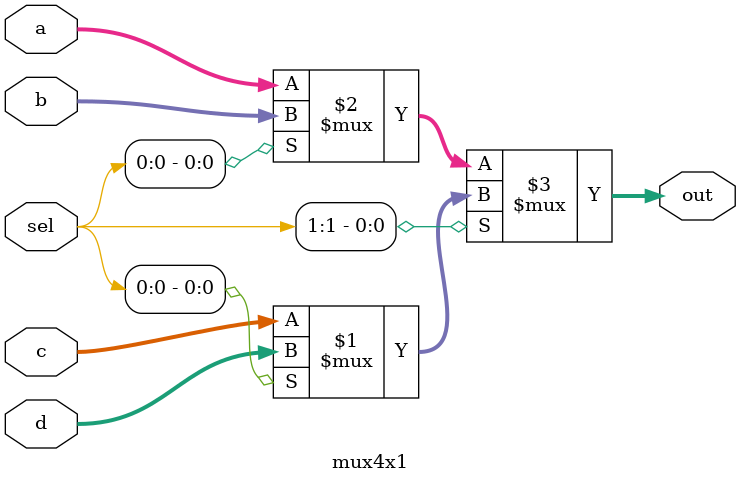
<source format=v>
`timescale 1ns / 1ns

module mux4x1(a,b,c,d,sel,out);

input [31:0] a,b,c,d;
input [1:0] sel;
output[31:0] out;

assign out = sel[1]?(sel[0]?d:c):(sel[0]?b:a);


endmodule

</source>
